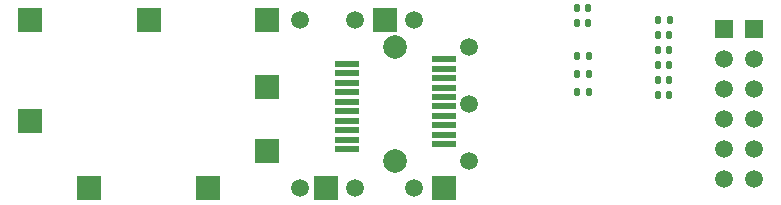
<source format=gbr>
%TF.GenerationSoftware,KiCad,Pcbnew,6.0.11-2627ca5db0~126~ubuntu20.04.1*%
%TF.CreationDate,2023-02-14T16:49:56+01:00*%
%TF.ProjectId,pmod_sfp,706d6f64-5f73-4667-902e-6b696361645f,rev?*%
%TF.SameCoordinates,Original*%
%TF.FileFunction,Soldermask,Top*%
%TF.FilePolarity,Negative*%
%FSLAX46Y46*%
G04 Gerber Fmt 4.6, Leading zero omitted, Abs format (unit mm)*
G04 Created by KiCad (PCBNEW 6.0.11-2627ca5db0~126~ubuntu20.04.1) date 2023-02-14 16:49:56*
%MOMM*%
%LPD*%
G01*
G04 APERTURE LIST*
G04 Aperture macros list*
%AMRoundRect*
0 Rectangle with rounded corners*
0 $1 Rounding radius*
0 $2 $3 $4 $5 $6 $7 $8 $9 X,Y pos of 4 corners*
0 Add a 4 corners polygon primitive as box body*
4,1,4,$2,$3,$4,$5,$6,$7,$8,$9,$2,$3,0*
0 Add four circle primitives for the rounded corners*
1,1,$1+$1,$2,$3*
1,1,$1+$1,$4,$5*
1,1,$1+$1,$6,$7*
1,1,$1+$1,$8,$9*
0 Add four rect primitives between the rounded corners*
20,1,$1+$1,$2,$3,$4,$5,0*
20,1,$1+$1,$4,$5,$6,$7,0*
20,1,$1+$1,$6,$7,$8,$9,0*
20,1,$1+$1,$8,$9,$2,$3,0*%
G04 Aperture macros list end*
%ADD10RoundRect,0.140000X0.140000X0.170000X-0.140000X0.170000X-0.140000X-0.170000X0.140000X-0.170000X0*%
%ADD11RoundRect,0.140000X-0.140000X-0.170000X0.140000X-0.170000X0.140000X0.170000X-0.140000X0.170000X0*%
%ADD12R,1.500000X1.500000*%
%ADD13C,1.500000*%
%ADD14RoundRect,0.135000X-0.135000X-0.185000X0.135000X-0.185000X0.135000X0.185000X-0.135000X0.185000X0*%
%ADD15RoundRect,0.135000X0.135000X0.185000X-0.135000X0.185000X-0.135000X-0.185000X0.135000X-0.185000X0*%
%ADD16RoundRect,0.147500X0.147500X0.172500X-0.147500X0.172500X-0.147500X-0.172500X0.147500X-0.172500X0*%
%ADD17C,2.000000*%
%ADD18R,2.000000X0.500000*%
%ADD19R,2.000000X2.000000*%
G04 APERTURE END LIST*
D10*
%TO.C,C1*%
X162504000Y-64262000D03*
X161544000Y-64262000D03*
%TD*%
D11*
%TO.C,C3*%
X168402000Y-67818000D03*
X169362000Y-67818000D03*
%TD*%
D12*
%TO.C,U1*%
X173990000Y-64770000D03*
D13*
X173990000Y-67310000D03*
X173990000Y-69850000D03*
X173990000Y-72390000D03*
X173990000Y-74930000D03*
X173990000Y-77470000D03*
X176530000Y-77470000D03*
X176530000Y-74930000D03*
X176530000Y-72390000D03*
X176530000Y-69850000D03*
X176530000Y-67310000D03*
D12*
X176530000Y-64770000D03*
%TD*%
D14*
%TO.C,R3*%
X161542000Y-68580000D03*
X162562000Y-68580000D03*
%TD*%
D10*
%TO.C,C2*%
X162532000Y-62992000D03*
X161572000Y-62992000D03*
%TD*%
D15*
%TO.C,R1*%
X162560000Y-67056000D03*
X161540000Y-67056000D03*
%TD*%
D11*
%TO.C,C4*%
X168402000Y-66548000D03*
X169362000Y-66548000D03*
%TD*%
D15*
%TO.C,R2*%
X162564000Y-70104000D03*
X161544000Y-70104000D03*
%TD*%
D16*
%TO.C,L2*%
X169418000Y-64008000D03*
X168448000Y-64008000D03*
%TD*%
%TO.C,L1*%
X169395000Y-65278000D03*
X168425000Y-65278000D03*
%TD*%
D11*
%TO.C,C6*%
X168430000Y-70358000D03*
X169390000Y-70358000D03*
%TD*%
%TO.C,C5*%
X168402000Y-69088000D03*
X169362000Y-69088000D03*
%TD*%
D17*
%TO.C,J1*%
X146200000Y-75920000D03*
X146200000Y-66320000D03*
D18*
X142100000Y-67720000D03*
X142100000Y-68520000D03*
X142100000Y-69320000D03*
X142100000Y-70120000D03*
X142100000Y-70920000D03*
X142100000Y-71720000D03*
X142100000Y-72520000D03*
X142100000Y-73320000D03*
X142100000Y-74120000D03*
X142100000Y-74920000D03*
X150300000Y-74520000D03*
X150300000Y-73720000D03*
X150300000Y-72920000D03*
X150300000Y-72120000D03*
X150300000Y-71320000D03*
X150300000Y-70520000D03*
X150300000Y-69720000D03*
X150300000Y-68920000D03*
X150300000Y-68120000D03*
X150300000Y-67320000D03*
D19*
X150300000Y-78245000D03*
X135300000Y-63995000D03*
X125300000Y-63995000D03*
D13*
X147800000Y-78245000D03*
D19*
X135300000Y-75070000D03*
X115300000Y-72570000D03*
D13*
X152400000Y-75920000D03*
D19*
X130300000Y-78245000D03*
D13*
X138100000Y-63995000D03*
X152400000Y-66320000D03*
X142800000Y-78245000D03*
D19*
X115300000Y-63995000D03*
D13*
X147800000Y-63995000D03*
D19*
X140300000Y-78245000D03*
X135300000Y-69670000D03*
D13*
X152400000Y-71120000D03*
X142800000Y-63995000D03*
X138100000Y-78245000D03*
D19*
X145300000Y-63995000D03*
X120300000Y-78245000D03*
%TD*%
M02*

</source>
